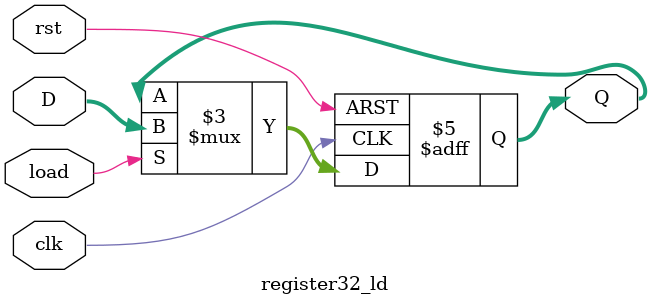
<source format=v>
`timescale 1ns / 1ps
module register32_ld(
    input clk,
    input rst,
    input load,
    input [31:0] D,
    output reg [31:0] Q
    );
	
	always@(posedge clk, posedge rst) begin
		if(rst) 
			Q <= 32'b0;
		else if(load)
			Q <= D;
		else 
			Q <= Q;
	end


endmodule

</source>
